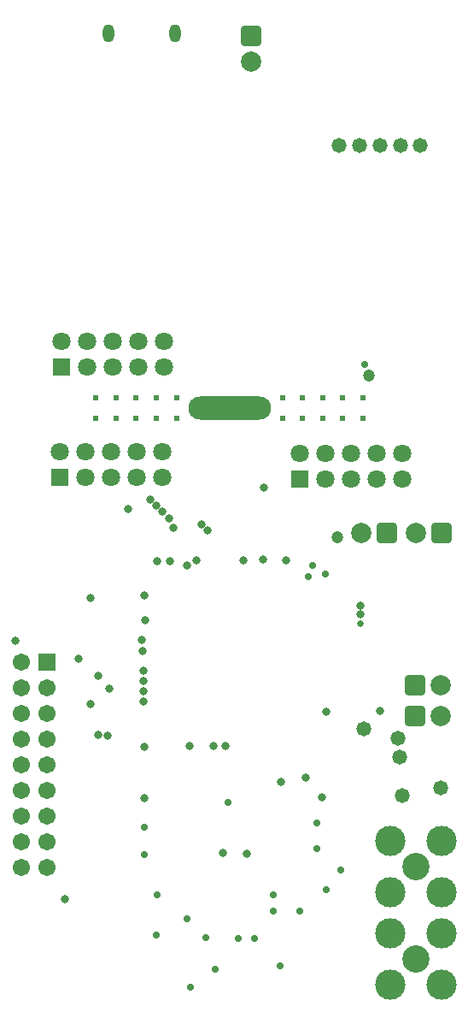
<source format=gbs>
G04*
G04 #@! TF.GenerationSoftware,Altium Limited,Altium Designer,20.0.13 (296)*
G04*
G04 Layer_Color=16711935*
%FSLAX25Y25*%
%MOIN*%
G70*
G01*
G75*
%ADD23C,0.04737*%
G04:AMPARAMS|DCode=47|XSize=78.87mil|YSize=78.87mil|CornerRadius=12.86mil|HoleSize=0mil|Usage=FLASHONLY|Rotation=0.000|XOffset=0mil|YOffset=0mil|HoleType=Round|Shape=RoundedRectangle|*
%AMROUNDEDRECTD47*
21,1,0.07887,0.05315,0,0,0.0*
21,1,0.05315,0.07887,0,0,0.0*
1,1,0.02572,0.02657,-0.02657*
1,1,0.02572,-0.02657,-0.02657*
1,1,0.02572,-0.02657,0.02657*
1,1,0.02572,0.02657,0.02657*
%
%ADD47ROUNDEDRECTD47*%
%ADD48C,0.07887*%
%ADD49C,0.10642*%
%ADD50C,0.11824*%
%ADD51C,0.02375*%
%ADD52O,0.32296X0.09068*%
%ADD53O,0.04343X0.07099*%
%ADD54C,0.06706*%
%ADD55R,0.06706X0.06706*%
%ADD56C,0.07099*%
%ADD57R,0.07099X0.07099*%
G04:AMPARAMS|DCode=58|XSize=78.87mil|YSize=78.87mil|CornerRadius=12.86mil|HoleSize=0mil|Usage=FLASHONLY|Rotation=270.000|XOffset=0mil|YOffset=0mil|HoleType=Round|Shape=RoundedRectangle|*
%AMROUNDEDRECTD58*
21,1,0.07887,0.05315,0,0,270.0*
21,1,0.05315,0.07887,0,0,270.0*
1,1,0.02572,-0.02657,-0.02657*
1,1,0.02572,-0.02657,0.02657*
1,1,0.02572,0.02657,0.02657*
1,1,0.02572,0.02657,-0.02657*
%
%ADD58ROUNDEDRECTD58*%
%ADD59C,0.03200*%
%ADD60C,0.02800*%
%ADD61C,0.05800*%
%ADD62C,0.02572*%
D23*
X130692Y189599D02*
D03*
X142900Y252600D02*
D03*
D47*
X161000Y120000D02*
D03*
X150000Y191500D02*
D03*
X171500D02*
D03*
X161000Y132000D02*
D03*
D48*
X171000Y120000D02*
D03*
X140000Y191500D02*
D03*
X161500D02*
D03*
X171000Y132000D02*
D03*
X97000Y375000D02*
D03*
D49*
X161500Y25500D02*
D03*
Y61500D02*
D03*
D50*
X151500Y15500D02*
D03*
X171500D02*
D03*
X151500Y35500D02*
D03*
X171500D02*
D03*
X151500Y51500D02*
D03*
X171500D02*
D03*
X151500Y71500D02*
D03*
X171500D02*
D03*
D51*
X109252Y244094D02*
D03*
X117126D02*
D03*
X125000D02*
D03*
X132874D02*
D03*
X140748D02*
D03*
Y236221D02*
D03*
X132874D02*
D03*
X125000D02*
D03*
X117126D02*
D03*
X109252D02*
D03*
X36417D02*
D03*
X44291D02*
D03*
X52165D02*
D03*
X60039D02*
D03*
X67913D02*
D03*
Y244094D02*
D03*
X60039D02*
D03*
X52165D02*
D03*
X44291D02*
D03*
X36417D02*
D03*
D52*
X88583Y240158D02*
D03*
D53*
X41508Y386000D02*
D03*
X67492D02*
D03*
D54*
X7500Y71000D02*
D03*
X17500D02*
D03*
Y61000D02*
D03*
X7500D02*
D03*
Y81000D02*
D03*
X17500D02*
D03*
Y111000D02*
D03*
X7500D02*
D03*
X17500Y101000D02*
D03*
X7500D02*
D03*
X17500Y91000D02*
D03*
X7500D02*
D03*
Y121000D02*
D03*
X17500D02*
D03*
X7500Y131000D02*
D03*
X17500D02*
D03*
X7500Y141000D02*
D03*
D55*
X17500D02*
D03*
D56*
X156000Y222500D02*
D03*
X146000D02*
D03*
X156000Y212500D02*
D03*
X146000D02*
D03*
X136000Y222500D02*
D03*
Y212500D02*
D03*
X126000Y222500D02*
D03*
Y212500D02*
D03*
X116000Y222500D02*
D03*
X63000Y266000D02*
D03*
X53000D02*
D03*
X63000Y256000D02*
D03*
X53000D02*
D03*
X43000Y266000D02*
D03*
Y256000D02*
D03*
X33000Y266000D02*
D03*
Y256000D02*
D03*
X23000Y266000D02*
D03*
X62500Y223000D02*
D03*
X52500D02*
D03*
X62500Y213000D02*
D03*
X52500D02*
D03*
X42500Y223000D02*
D03*
Y213000D02*
D03*
X32500Y223000D02*
D03*
Y213000D02*
D03*
X22500Y223000D02*
D03*
D57*
X116000Y212500D02*
D03*
X23000Y256000D02*
D03*
X22500Y213000D02*
D03*
D58*
X97000Y385000D02*
D03*
D59*
X126500Y121700D02*
D03*
X24400Y48700D02*
D03*
X41200Y112400D02*
D03*
X37300Y112600D02*
D03*
X55500Y88000D02*
D03*
X108613Y94413D02*
D03*
X147250Y121950D02*
D03*
X139800Y163000D02*
D03*
X139600Y159600D02*
D03*
X54500Y149600D02*
D03*
X54800Y145500D02*
D03*
X95300Y66500D02*
D03*
X85900Y66800D02*
D03*
X124600Y88500D02*
D03*
X118275Y96100D02*
D03*
X82400Y108400D02*
D03*
X86900D02*
D03*
X73200D02*
D03*
X55500Y108000D02*
D03*
X37545Y135595D02*
D03*
X29600Y142400D02*
D03*
X55500Y167200D02*
D03*
X34500Y166000D02*
D03*
X60500Y180300D02*
D03*
X102200Y209000D02*
D03*
X101800Y181200D02*
D03*
X110600Y180900D02*
D03*
X94200Y180600D02*
D03*
X72100Y178700D02*
D03*
X75800Y180700D02*
D03*
X49000Y200900D02*
D03*
X5000Y149500D02*
D03*
X55795Y157295D02*
D03*
X77796Y194904D02*
D03*
X80200Y192500D02*
D03*
X65300Y180500D02*
D03*
X66600Y193500D02*
D03*
X57687Y204413D02*
D03*
X60092Y202008D02*
D03*
X62496Y199604D02*
D03*
X64900Y197200D02*
D03*
X34224Y124588D02*
D03*
X41624Y130887D02*
D03*
X55102Y125787D02*
D03*
Y129724D02*
D03*
Y133661D02*
D03*
X55100Y137600D02*
D03*
D60*
X115900Y44100D02*
D03*
X131900Y60200D02*
D03*
X108400Y22600D02*
D03*
X83125Y21346D02*
D03*
X126500Y52300D02*
D03*
X122700Y78300D02*
D03*
Y68500D02*
D03*
X55500Y76800D02*
D03*
Y66100D02*
D03*
X105600Y50400D02*
D03*
Y44100D02*
D03*
X92100Y33500D02*
D03*
X98400Y33400D02*
D03*
X73300Y14300D02*
D03*
X79500Y33600D02*
D03*
X72100Y41100D02*
D03*
X60200Y34700D02*
D03*
X60500Y50500D02*
D03*
X119400Y174500D02*
D03*
X126100Y175500D02*
D03*
X87900Y86400D02*
D03*
X141500Y257200D02*
D03*
X121000Y178700D02*
D03*
D61*
X163200Y342300D02*
D03*
X155225D02*
D03*
X147250D02*
D03*
X139275D02*
D03*
X131300D02*
D03*
X154400Y111400D02*
D03*
X154900Y104100D02*
D03*
X156000Y89000D02*
D03*
X141000Y115000D02*
D03*
X171000Y92000D02*
D03*
D62*
X139800Y156100D02*
D03*
M02*

</source>
